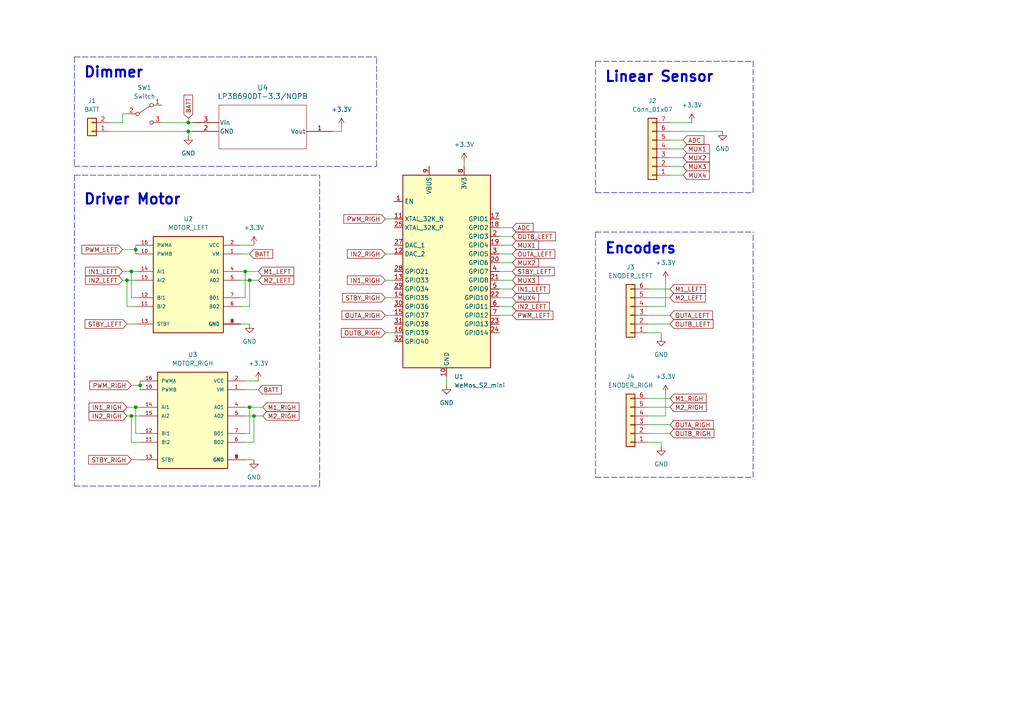
<source format=kicad_sch>
(kicad_sch (version 20230121) (generator eeschema)
  (paper "A4")
  (lib_symbols
    (symbol "Connector_Generic:Conn_01x02" (pin_names (offset 1.016) hide)
      (property "Reference" "J" (at 0 2.54 0))
      (property "Value" "Conn_01x02" (at 0 -5.08 0))
      (symbol "Conn_01x02_1_1"
        (rectangle (start -1.27 -2.413) (end 0 -2.667) (stroke (width 0.1524)))
        (rectangle (start -1.27 0.127) (end 0 -0.127) (stroke (width 0.1524)))
        (rectangle (start -1.27 1.27) (end 1.27 -3.81) (stroke (width 0.254)) (fill (type background)))
        (pin passive line (at -5.08 0 0) (length 3.81) (name "Pin_1") (number "1"))
        (pin passive line (at -5.08 -2.54 0) (length 3.81) (name "Pin_2") (number "2"))
      )
    )
    (symbol "Connector_Generic:Conn_01x06" (pin_names (offset 1.016) hide)
      (property "Reference" "J" (at 0 7.62 0))
      (property "Value" "Conn_01x06" (at 0 -10.16 0))
      (symbol "Conn_01x06_1_1"
        (rectangle (start -1.27 -7.493) (end 0 -7.747) (stroke (width 0.1524)))
        (rectangle (start -1.27 -4.953) (end 0 -5.207) (stroke (width 0.1524)))
        (rectangle (start -1.27 -2.413) (end 0 -2.667) (stroke (width 0.1524)))
        (rectangle (start -1.27 0.127) (end 0 -0.127) (stroke (width 0.1524)))
        (rectangle (start -1.27 2.667) (end 0 2.413) (stroke (width 0.1524)))
        (rectangle (start -1.27 5.207) (end 0 4.953) (stroke (width 0.1524)))
        (rectangle (start -1.27 6.35) (end 1.27 -8.89) (stroke (width 0.254)) (fill (type background)))
        (pin passive line (at -5.08 5.08 0) (length 3.81) (name "Pin_1") (number "1"))
        (pin passive line (at -5.08 2.54 0) (length 3.81) (name "Pin_2") (number "2"))
        (pin passive line (at -5.08 0 0) (length 3.81) (name "Pin_3") (number "3"))
        (pin passive line (at -5.08 -2.54 0) (length 3.81) (name "Pin_4") (number "4"))
        (pin passive line (at -5.08 -5.08 0) (length 3.81) (name "Pin_5") (number "5"))
        (pin passive line (at -5.08 -7.62 0) (length 3.81) (name "Pin_6") (number "6"))
      )
    )
    (symbol "Connector_Generic:Conn_01x07" (pin_names (offset 1.016) hide)
      (property "Reference" "J" (at 0 10.16 0))
      (property "Value" "Conn_01x07" (at 0 -10.16 0))
      (symbol "Conn_01x07_1_1"
        (rectangle (start -1.27 -7.493) (end 0 -7.747) (stroke (width 0.1524)))
        (rectangle (start -1.27 -4.953) (end 0 -5.207) (stroke (width 0.1524)))
        (rectangle (start -1.27 -2.413) (end 0 -2.667) (stroke (width 0.1524)))
        (rectangle (start -1.27 0.127) (end 0 -0.127) (stroke (width 0.1524)))
        (rectangle (start -1.27 2.667) (end 0 2.413) (stroke (width 0.1524)))
        (rectangle (start -1.27 5.207) (end 0 4.953) (stroke (width 0.1524)))
        (rectangle (start -1.27 7.747) (end 0 7.493) (stroke (width 0.1524)))
        (rectangle (start -1.27 8.89) (end 1.27 -8.89) (stroke (width 0.254)) (fill (type background)))
        (pin passive line (at -5.08 7.62 0) (length 3.81) (name "Pin_1") (number "1"))
        (pin passive line (at -5.08 5.08 0) (length 3.81) (name "Pin_2") (number "2"))
        (pin passive line (at -5.08 2.54 0) (length 3.81) (name "Pin_3") (number "3"))
        (pin passive line (at -5.08 0 0) (length 3.81) (name "Pin_4") (number "4"))
        (pin passive line (at -5.08 -2.54 0) (length 3.81) (name "Pin_5") (number "5"))
        (pin passive line (at -5.08 -5.08 0) (length 3.81) (name "Pin_6") (number "6"))
        (pin passive line (at -5.08 -7.62 0) (length 3.81) (name "Pin_7") (number "7"))
      )
    )
    (symbol "LP38690:LP38690DT-3.3_NOPB" (pin_names (offset 0.254))
      (property "Reference" "U" (at 20.32 10.16 0))
      (property "Value" "LP38690DT-3.3/NOPB" (at 20.32 7.62 0))
      (symbol "LP38690DT-3.3_NOPB_0_1"
        (polyline (pts (xy 7.62 -7.62) (xy 33.02 -7.62)) (stroke (width 0.127)))
        (polyline (pts (xy 7.62 5.08) (xy 7.62 -7.62)) (stroke (width 0.127)))
        (polyline (pts (xy 33.02 -7.62) (xy 33.02 5.08)) (stroke (width 0.127)))
        (polyline (pts (xy 33.02 5.08) (xy 7.62 5.08)) (stroke (width 0.127)))
        (pin output line (at 0 0 0) (length 7.62) (name "Vout") (number "1"))
        (pin passive line (at 40.64 0 180) (length 7.62) (name "GND") (number "2"))
        (pin input line (at 40.64 -2.54 180) (length 7.62) (name "Vin") (number "3"))
      )
    )
    (symbol "MCU_Module:WeMos_S2_mini"
      (property "Reference" "U" (at 2.54 -30.48 0))
      (property "Value" "WeMos_S2_mini" (at 2.54 -33.02 0))
      (symbol "WeMos_S2_mini_1_1"
        (rectangle (start -12.7 27.94) (end 12.7 -27.94) (stroke (width 0.254)) (fill (type background)))
        (pin input line (at -15.24 20.32 0) (length 2.54) (name "EN") (number "1"))
        (pin power_in line (at 0 -30.48 90) (length 2.54) (name "GND") (number "10"))
        (pin input line (at -15.24 15.24 0) (length 2.54) (name "XTAL_32K_N") (number "11"))
        (pin output line (at -15.24 5.08 0) (length 2.54) (name "DAC_2") (number "12"))
        (pin bidirectional line (at -15.24 -2.54 0) (length 2.54) (name "GPIO33") (number "13"))
        (pin bidirectional line (at -15.24 -7.62 0) (length 2.54) (name "GPIO35") (number "14"))
        (pin bidirectional line (at -15.24 -12.7 0) (length 2.54) (name "GPIO37") (number "15"))
        (pin bidirectional line (at -15.24 -17.78 0) (length 2.54) (name "GPIO39") (number "16"))
        (pin bidirectional line (at 15.24 15.24 180) (length 2.54) (name "GPIO1") (number "17"))
        (pin bidirectional line (at 15.24 12.7 180) (length 2.54) (name "GPIO2") (number "18"))
        (pin bidirectional line (at 15.24 7.62 180) (length 2.54) (name "GPIO4") (number "19"))
        (pin bidirectional line (at 15.24 10.16 180) (length 2.54) (name "GPIO3") (number "2"))
        (pin bidirectional line (at 15.24 2.54 180) (length 2.54) (name "GPIO6") (number "20"))
        (pin bidirectional line (at 15.24 -2.54 180) (length 2.54) (name "GPIO8") (number "21"))
        (pin bidirectional line (at 15.24 -7.62 180) (length 2.54) (name "GPIO10") (number "22"))
        (pin bidirectional line (at 15.24 -15.24 180) (length 2.54) (name "GPIO13") (number "23"))
        (pin bidirectional line (at 15.24 -17.78 180) (length 2.54) (name "GPIO14") (number "24"))
        (pin output line (at -15.24 12.7 0) (length 2.54) (name "XTAL_32K_P") (number "25"))
        (pin passive line (at 0 -30.48 90) (length 2.54) hide (name "GND") (number "26"))
        (pin output line (at -15.24 7.62 0) (length 2.54) (name "DAC_1") (number "27"))
        (pin bidirectional line (at -15.24 0 0) (length 2.54) (name "GPIO21") (number "28"))
        (pin bidirectional line (at -15.24 -5.08 0) (length 2.54) (name "GPIO34") (number "29"))
        (pin bidirectional line (at 15.24 5.08 180) (length 2.54) (name "GPIO5") (number "3"))
        (pin bidirectional line (at -15.24 -10.16 0) (length 2.54) (name "GPIO36") (number "30"))
        (pin bidirectional line (at -15.24 -15.24 0) (length 2.54) (name "GPIO38") (number "31"))
        (pin bidirectional line (at -15.24 -20.32 0) (length 2.54) (name "GPIO40") (number "32"))
        (pin bidirectional line (at 15.24 0 180) (length 2.54) (name "GPIO7") (number "4"))
        (pin bidirectional line (at 15.24 -5.08 180) (length 2.54) (name "GPIO9") (number "5"))
        (pin bidirectional line (at 15.24 -10.16 180) (length 2.54) (name "GPIO11") (number "6"))
        (pin bidirectional line (at 15.24 -12.7 180) (length 2.54) (name "GPIO12") (number "7"))
        (pin power_out line (at 5.08 30.48 270) (length 2.54) (name "3V3") (number "8"))
        (pin power_out line (at -5.08 30.48 270) (length 2.54) (name "VBUS") (number "9"))
      )
    )
    (symbol "Switch:SW_SPDT" (pin_names (offset 0) hide)
      (property "Reference" "SW" (at 0 4.318 0))
      (property "Value" "SW_SPDT" (at 0 -5.08 0))
      (symbol "SW_SPDT_0_0"
        (circle (center -2.032 0) (radius 0.508))
        (circle (center 2.032 -2.54) (radius 0.508))
      )
      (symbol "SW_SPDT_0_1"
        (polyline (pts (xy -1.524 0.254) (xy 1.651 2.286)))
        (circle (center 2.032 2.54) (radius 0.508))
      )
      (symbol "SW_SPDT_1_1"
        (pin passive line (at 5.08 2.54 180) (length 2.54) (name "A") (number "1"))
        (pin passive line (at -5.08 0 0) (length 2.54) (name "B") (number "2"))
        (pin passive line (at 5.08 -2.54 180) (length 2.54) (name "C") (number "3"))
      )
    )
    (symbol "TB6612FNG_MODULE:ROB-14450" (pin_names (offset 1.016))
      (property "Reference" "U" (at -10.16 16.002 0))
      (property "Value" "ROB-14450" (at -10.16 -15.24 0))
      (symbol "ROB-14450_0_0"
        (rectangle (start -10.16 -12.7) (end 10.16 15.24) (stroke (width 0.254)) (fill (type background)))
        (pin power_in line (at 15.24 10.16 180) (length 5.08) (name "VM") (number "1"))
        (pin input line (at -15.24 10.16 0) (length 5.08) (name "PWMB") (number "10"))
        (pin input line (at -15.24 -5.08 0) (length 5.08) (name "BI2") (number "11"))
        (pin input line (at -15.24 -2.54 0) (length 5.08) (name "BI1") (number "12"))
        (pin input line (at -15.24 -10.16 0) (length 5.08) (name "STBY") (number "13"))
        (pin input line (at -15.24 5.08 0) (length 5.08) (name "AI1") (number "14"))
        (pin input line (at -15.24 2.54 0) (length 5.08) (name "AI2") (number "15"))
        (pin input line (at -15.24 12.7 0) (length 5.08) (name "PWMA") (number "16"))
        (pin power_in line (at 15.24 12.7 180) (length 5.08) (name "VCC") (number "2"))
        (pin power_in line (at 15.24 -10.16 180) (length 5.08) (name "GND") (number "3"))
        (pin output line (at 15.24 5.08 180) (length 5.08) (name "A01") (number "4"))
        (pin output line (at 15.24 2.54 180) (length 5.08) (name "A02") (number "5"))
        (pin output line (at 15.24 -5.08 180) (length 5.08) (name "B02") (number "6"))
        (pin output line (at 15.24 -2.54 180) (length 5.08) (name "B01") (number "7"))
        (pin power_in line (at 15.24 -10.16 180) (length 5.08) (name "GND") (number "8"))
        (pin power_in line (at 15.24 -10.16 180) (length 5.08) (name "GND") (number "9"))
      )
    )
    (symbol "power:+3.3V" (power) (pin_names (offset 0))
      (property "Value" "+3.3V" (at 0 3.556 0))
      (symbol "+3.3V_0_1"
        (polyline (pts (xy -0.762 1.27) (xy 0 2.54)))
        (polyline (pts (xy 0 0) (xy 0 2.54)))
        (polyline (pts (xy 0 2.54) (xy 0.762 1.27)))
      )
      (symbol "+3.3V_1_1"
        (pin power_in line (at 0 0 90) (length 0) hide (name "+3.3V") (number "1"))
      )
    )
    (symbol "power:GND" (power) (pin_names (offset 0))
      (property "Value" "GND" (at 0 -3.81 0))
      (symbol "GND_0_1"
        (polyline (pts (xy 0 0) (xy 0 -1.27) (xy 1.27 -1.27) (xy 0 -2.54) (xy -1.27 -1.27) (xy 0 -1.27)))
      )
      (symbol "GND_1_1"
        (pin power_in line (at 0 0 270) (length 0) hide (name "GND") (number "1"))
      )
    )
  )
  (junction (at 72.39 81.28))
  (junction (at 73.66 120.65))
  (junction (at 54.61 35.56))
  (junction (at 38.1 78.74))
  (junction (at 71.12 78.74))
  (junction (at 39.37 72.39))
  (junction (at 40.64 111.76))
  (junction (at 72.39 118.11))
  (junction (at 39.37 118.11))
  (junction (at 36.83 81.28))
  (junction (at 54.61 38.1))
  (junction (at 38.1 120.65))
  (wire (pts (xy 194.31 35.56) (xy 200.66 35.56)))
  (polyline (pts (xy 218.44 138.43) (xy 218.44 67.31)) (stroke (width 0) (type dash)))
  (polyline (pts (xy 21.59 16.51) (xy 109.22 16.51)) (stroke (width 0) (type dash)))
  (wire (pts (xy 35.56 33.02) (xy 36.83 33.02)))
  (wire (pts (xy 36.83 118.11) (xy 39.37 118.11)))
  (polyline (pts (xy 21.59 140.97) (xy 92.71 140.97)) (stroke (width 0) (type dash)))
  (wire (pts (xy 69.85 73.66) (xy 72.39 73.66)))
  (polyline (pts (xy 21.59 50.8) (xy 21.59 140.97)) (stroke (width 0) (type dash)))
  (wire (pts (xy 39.37 118.11) (xy 40.64 118.11)))
  (polyline (pts (xy 172.72 17.78) (xy 218.44 17.78)) (stroke (width 0) (type dash)))
  (wire (pts (xy 194.31 48.26) (xy 198.12 48.26)))
  (wire (pts (xy 114.3 86.36) (xy 111.76 86.36)))
  (wire (pts (xy 193.04 114.3) (xy 193.04 120.65)))
  (wire (pts (xy 36.83 81.28) (xy 39.37 81.28)))
  (polyline (pts (xy 172.72 17.78) (xy 172.72 55.88)) (stroke (width 0) (type dash)))
  (wire (pts (xy 71.12 128.27) (xy 73.66 128.27)))
  (wire (pts (xy 193.04 120.65) (xy 187.96 120.65)))
  (wire (pts (xy 38.1 120.65) (xy 40.64 120.65)))
  (wire (pts (xy 40.64 125.73) (xy 39.37 125.73)))
  (wire (pts (xy 144.78 71.12) (xy 148.59 71.12)))
  (wire (pts (xy 40.64 110.49) (xy 40.64 111.76)))
  (wire (pts (xy 144.78 88.9) (xy 148.59 88.9)))
  (wire (pts (xy 36.83 120.65) (xy 38.1 120.65)))
  (wire (pts (xy 134.62 46.99) (xy 134.62 48.26)))
  (wire (pts (xy 96.52 38.1) (xy 99.06 38.1)))
  (polyline (pts (xy 218.44 17.78) (xy 218.44 55.88)) (stroke (width 0) (type dash)))
  (wire (pts (xy 187.96 96.52) (xy 191.77 96.52)))
  (wire (pts (xy 144.78 78.74) (xy 148.59 78.74)))
  (wire (pts (xy 38.1 78.74) (xy 39.37 78.74)))
  (wire (pts (xy 187.96 118.11) (xy 194.31 118.11)))
  (wire (pts (xy 71.12 133.35) (xy 73.66 133.35)))
  (wire (pts (xy 144.78 86.36) (xy 148.59 86.36)))
  (wire (pts (xy 111.76 81.28) (xy 114.3 81.28)))
  (wire (pts (xy 69.85 93.98) (xy 72.39 93.98)))
  (wire (pts (xy 71.12 78.74) (xy 74.93 78.74)))
  (wire (pts (xy 193.04 81.28) (xy 193.04 88.9)))
  (wire (pts (xy 194.31 38.1) (xy 209.55 38.1)))
  (wire (pts (xy 38.1 86.36) (xy 38.1 78.74)))
  (wire (pts (xy 39.37 71.12) (xy 39.37 72.39)))
  (wire (pts (xy 54.61 35.56) (xy 55.88 35.56)))
  (wire (pts (xy 35.56 81.28) (xy 36.83 81.28)))
  (wire (pts (xy 71.12 86.36) (xy 71.12 78.74)))
  (wire (pts (xy 73.66 128.27) (xy 73.66 120.65)))
  (wire (pts (xy 36.83 81.28) (xy 36.83 88.9)))
  (wire (pts (xy 148.59 91.44) (xy 144.78 91.44)))
  (wire (pts (xy 194.31 43.18) (xy 198.12 43.18)))
  (wire (pts (xy 111.76 63.5) (xy 114.3 63.5)))
  (wire (pts (xy 38.1 111.76) (xy 40.64 111.76)))
  (wire (pts (xy 99.06 38.1) (xy 99.06 36.83)))
  (wire (pts (xy 71.12 113.03) (xy 74.93 113.03)))
  (wire (pts (xy 144.78 76.2) (xy 148.59 76.2)))
  (wire (pts (xy 76.2 120.65) (xy 73.66 120.65)))
  (wire (pts (xy 69.85 88.9) (xy 72.39 88.9)))
  (wire (pts (xy 46.99 35.56) (xy 54.61 35.56)))
  (wire (pts (xy 191.77 96.52) (xy 191.77 97.79)))
  (wire (pts (xy 71.12 110.49) (xy 74.93 110.49)))
  (wire (pts (xy 54.61 38.1) (xy 55.88 38.1)))
  (wire (pts (xy 69.85 71.12) (xy 73.66 71.12)))
  (wire (pts (xy 194.31 83.82) (xy 187.96 83.82)))
  (wire (pts (xy 39.37 88.9) (xy 36.83 88.9)))
  (wire (pts (xy 71.12 120.65) (xy 73.66 120.65)))
  (wire (pts (xy 144.78 83.82) (xy 148.59 83.82)))
  (wire (pts (xy 54.61 39.37) (xy 54.61 38.1)))
  (wire (pts (xy 72.39 81.28) (xy 74.93 81.28)))
  (wire (pts (xy 191.77 128.27) (xy 191.77 129.54)))
  (wire (pts (xy 71.12 118.11) (xy 72.39 118.11)))
  (wire (pts (xy 36.83 93.98) (xy 39.37 93.98)))
  (wire (pts (xy 198.12 45.72) (xy 194.31 45.72)))
  (wire (pts (xy 71.12 125.73) (xy 72.39 125.73)))
  (wire (pts (xy 111.76 91.44) (xy 114.3 91.44)))
  (polyline (pts (xy 92.71 140.97) (xy 92.71 50.8)) (stroke (width 0) (type dash)))
  (wire (pts (xy 54.61 34.29) (xy 54.61 35.56)))
  (wire (pts (xy 35.56 72.39) (xy 39.37 72.39)))
  (wire (pts (xy 38.1 120.65) (xy 38.1 128.27)))
  (wire (pts (xy 187.96 93.98) (xy 194.31 93.98)))
  (wire (pts (xy 194.31 115.57) (xy 187.96 115.57)))
  (wire (pts (xy 187.96 88.9) (xy 193.04 88.9)))
  (wire (pts (xy 31.75 38.1) (xy 54.61 38.1)))
  (wire (pts (xy 69.85 81.28) (xy 72.39 81.28)))
  (wire (pts (xy 69.85 78.74) (xy 71.12 78.74)))
  (wire (pts (xy 144.78 73.66) (xy 148.59 73.66)))
  (wire (pts (xy 69.85 86.36) (xy 71.12 86.36)))
  (wire (pts (xy 35.56 35.56) (xy 35.56 33.02)))
  (wire (pts (xy 187.96 86.36) (xy 194.31 86.36)))
  (polyline (pts (xy 172.72 138.43) (xy 218.44 138.43)) (stroke (width 0) (type dash)))
  (wire (pts (xy 72.39 125.73) (xy 72.39 118.11)))
  (wire (pts (xy 129.54 109.22) (xy 129.54 111.76)))
  (wire (pts (xy 198.12 50.8) (xy 194.31 50.8)))
  (wire (pts (xy 39.37 125.73) (xy 39.37 118.11)))
  (polyline (pts (xy 21.59 50.8) (xy 92.71 50.8)) (stroke (width 0) (type dash)))
  (wire (pts (xy 111.76 73.66) (xy 114.3 73.66)))
  (polyline (pts (xy 172.72 67.31) (xy 218.44 67.31)) (stroke (width 0) (type dash)))
  (wire (pts (xy 39.37 86.36) (xy 38.1 86.36)))
  (wire (pts (xy 144.78 68.58) (xy 148.59 68.58)))
  (wire (pts (xy 187.96 123.19) (xy 194.31 123.19)))
  (wire (pts (xy 39.37 72.39) (xy 39.37 73.66)))
  (wire (pts (xy 187.96 91.44) (xy 194.31 91.44)))
  (wire (pts (xy 40.64 128.27) (xy 38.1 128.27)))
  (wire (pts (xy 187.96 128.27) (xy 191.77 128.27)))
  (wire (pts (xy 111.76 96.52) (xy 114.3 96.52)))
  (wire (pts (xy 194.31 40.64) (xy 198.12 40.64)))
  (wire (pts (xy 35.56 78.74) (xy 38.1 78.74)))
  (wire (pts (xy 144.78 81.28) (xy 148.59 81.28)))
  (polyline (pts (xy 172.72 67.31) (xy 172.72 138.43)) (stroke (width 0) (type dash)))
  (wire (pts (xy 31.75 35.56) (xy 35.56 35.56)))
  (wire (pts (xy 38.1 133.35) (xy 40.64 133.35)))
  (wire (pts (xy 72.39 88.9) (xy 72.39 81.28)))
  (polyline (pts (xy 21.59 48.26) (xy 109.22 48.26)) (stroke (width 0) (type dash)))
  (polyline (pts (xy 109.22 48.26) (xy 109.22 16.51)) (stroke (width 0) (type dash)))
  (wire (pts (xy 144.78 66.04) (xy 148.59 66.04)))
  (polyline (pts (xy 172.72 55.88) (xy 218.44 55.88)) (stroke (width 0) (type dash)))
  (wire (pts (xy 76.2 118.11) (xy 72.39 118.11)))
  (polyline (pts (xy 21.59 16.51) (xy 21.59 48.26)) (stroke (width 0) (type dash)))
  (wire (pts (xy 187.96 125.73) (xy 194.31 125.73)))
  (wire (pts (xy 40.64 111.76) (xy 40.64 113.03)))
  (text "Encoders\n\n" (at 175.26 78.74 0) (effects (font (size 3 3) (thickness 0.6) bold) (justify left bottom)))
  (text "Driver Motor\n" (at 24.13 59.69 0) (effects (font (size 3 3) (thickness 0.6) bold) (justify left bottom)))
  (text "Linear Sensor\n" (at 175.26 24.13 0) (effects (font (size 3 3) (thickness 0.6) bold) (justify left bottom)))
  (text "Dimmer\n" (at 24.13 22.86 0) (effects (font (size 3 3) (thickness 0.6) bold) (justify left bottom)))
  (global_label "M1_RIGH" (shape input) (at 194.31 115.57 0) (property "Intersheetrefs" "${INTERSHEET_REFS}" (effects hide)))
  (global_label "IN1_LEFT" (shape input) (at 148.59 83.82 0) (property "Intersheetrefs" "${INTERSHEET_REFS}" (effects hide)))
  (global_label "OUTB_RIGH" (shape input) (at 194.31 125.73 0) (property "Intersheetrefs" "${INTERSHEET_REFS}" (effects hide)))
  (global_label "M1_LEFT" (shape input) (at 74.93 78.74 0) (property "Intersheetrefs" "${INTERSHEET_REFS}" (effects hide)))
  (global_label "MUX1" (shape input) (at 198.12 43.18 0) (property "Intersheetrefs" "${INTERSHEET_REFS}" (effects hide)))
  (global_label "M2_LEFT" (shape input) (at 194.31 86.36 0) (property "Intersheetrefs" "${INTERSHEET_REFS}" (effects hide)))
  (global_label "IN2_RIGH" (shape input) (at 111.76 73.66 180) (property "Intersheetrefs" "${INTERSHEET_REFS}" (effects hide)))
  (global_label "IN1_RIGH" (shape input) (at 36.83 118.11 180) (property "Intersheetrefs" "${INTERSHEET_REFS}" (effects hide)))
  (global_label "STBY_RIGH" (shape input) (at 111.76 86.36 180) (property "Intersheetrefs" "${INTERSHEET_REFS}" (effects hide)))
  (global_label "ADC" (shape input) (at 148.59 66.04 0) (property "Intersheetrefs" "${INTERSHEET_REFS}" (effects hide)))
  (global_label "M1_LEFT" (shape input) (at 194.31 83.82 0) (property "Intersheetrefs" "${INTERSHEET_REFS}" (effects hide)))
  (global_label "M2_RIGH" (shape input) (at 76.2 120.65 0) (property "Intersheetrefs" "${INTERSHEET_REFS}" (effects hide)))
  (global_label "OUTB_LEFT" (shape input) (at 148.59 68.58 0) (property "Intersheetrefs" "${INTERSHEET_REFS}" (effects hide)))
  (global_label "OUTB_RIGH" (shape input) (at 111.76 96.52 180) (property "Intersheetrefs" "${INTERSHEET_REFS}" (effects hide)))
  (global_label "IN2_LEFT" (shape input) (at 148.59 88.9 0) (property "Intersheetrefs" "${INTERSHEET_REFS}" (effects hide)))
  (global_label "ADC" (shape input) (at 198.12 40.64 0) (property "Intersheetrefs" "${INTERSHEET_REFS}" (effects hide)))
  (global_label "IN1_RIGH" (shape input) (at 111.76 81.28 180) (property "Intersheetrefs" "${INTERSHEET_REFS}" (effects hide)))
  (global_label "OUTA_LEFT" (shape input) (at 148.59 73.66 0) (property "Intersheetrefs" "${INTERSHEET_REFS}" (effects hide)))
  (global_label "PWM_LEFT" (shape input) (at 35.56 72.39 180) (property "Intersheetrefs" "${INTERSHEET_REFS}" (effects hide)))
  (global_label "PWM_RIGH" (shape input) (at 111.76 63.5 180) (property "Intersheetrefs" "${INTERSHEET_REFS}" (effects hide)))
  (global_label "STBY_LEFT" (shape input) (at 148.59 78.74 0) (property "Intersheetrefs" "${INTERSHEET_REFS}" (effects hide)))
  (global_label "IN2_LEFT" (shape input) (at 35.56 81.28 180) (property "Intersheetrefs" "${INTERSHEET_REFS}" (effects hide)))
  (global_label "OUTA_RIGH" (shape input) (at 194.31 123.19 0) (property "Intersheetrefs" "${INTERSHEET_REFS}" (effects hide)))
  (global_label "MUX2" (shape input) (at 198.12 45.72 0) (property "Intersheetrefs" "${INTERSHEET_REFS}" (effects hide)))
  (global_label "M2_LEFT" (shape input) (at 74.93 81.28 0) (property "Intersheetrefs" "${INTERSHEET_REFS}" (effects hide)))
  (global_label "PWM_RIGH" (shape input) (at 38.1 111.76 180) (property "Intersheetrefs" "${INTERSHEET_REFS}" (effects hide)))
  (global_label "OUTA_LEFT" (shape input) (at 194.31 91.44 0) (property "Intersheetrefs" "${INTERSHEET_REFS}" (effects hide)))
  (global_label "IN2_RIGH" (shape input) (at 36.83 120.65 180) (property "Intersheetrefs" "${INTERSHEET_REFS}" (effects hide)))
  (global_label "OUTA_RIGH" (shape input) (at 111.76 91.44 180) (property "Intersheetrefs" "${INTERSHEET_REFS}" (effects hide)))
  (global_label "MUX2" (shape input) (at 148.59 76.2 0) (property "Intersheetrefs" "${INTERSHEET_REFS}" (effects hide)))
  (global_label "STBY_RIGH" (shape input) (at 38.1 133.35 180) (property "Intersheetrefs" "${INTERSHEET_REFS}" (effects hide)))
  (global_label "MUX3" (shape input) (at 148.59 81.28 0) (property "Intersheetrefs" "${INTERSHEET_REFS}" (effects hide)))
  (global_label "IN1_LEFT" (shape input) (at 35.56 78.74 180) (property "Intersheetrefs" "${INTERSHEET_REFS}" (effects hide)))
  (global_label "BATT" (shape input) (at 54.61 34.29 90) (property "Intersheetrefs" "${INTERSHEET_REFS}" (effects hide)))
  (global_label "M1_RIGH" (shape input) (at 76.2 118.11 0) (property "Intersheetrefs" "${INTERSHEET_REFS}" (effects hide)))
  (global_label "OUTB_LEFT" (shape input) (at 194.31 93.98 0) (property "Intersheetrefs" "${INTERSHEET_REFS}" (effects hide)))
  (global_label "BATT" (shape input) (at 74.93 113.03 0) (property "Intersheetrefs" "${INTERSHEET_REFS}" (effects hide)))
  (global_label "MUX3" (shape input) (at 198.12 48.26 0) (property "Intersheetrefs" "${INTERSHEET_REFS}" (effects hide)))
  (global_label "M2_RIGH" (shape input) (at 194.31 118.11 0) (property "Intersheetrefs" "${INTERSHEET_REFS}" (effects hide)))
  (global_label "MUX4" (shape input) (at 148.59 86.36 0) (property "Intersheetrefs" "${INTERSHEET_REFS}" (effects hide)))
  (global_label "STBY_LEFT" (shape input) (at 36.83 93.98 180) (property "Intersheetrefs" "${INTERSHEET_REFS}" (effects hide)))
  (global_label "MUX4" (shape input) (at 198.12 50.8 0) (property "Intersheetrefs" "${INTERSHEET_REFS}" (effects hide)))
  (global_label "BATT" (shape input) (at 72.39 73.66 0) (property "Intersheetrefs" "${INTERSHEET_REFS}" (effects hide)))
  (global_label "PWM_LEFT" (shape input) (at 148.59 91.44 0) (property "Intersheetrefs" "${INTERSHEET_REFS}" (effects hide)))
  (global_label "MUX1" (shape input) (at 148.59 71.12 0) (property "Intersheetrefs" "${INTERSHEET_REFS}" (effects hide)))
  (symbol (lib_id "power:GND") (at 54.61 39.37 0) (unit 1)
    (property "Reference" "#PWR05" (effects hide))
    (property "Value" "GND" (at 54.61 44.45 0))
  )
  (symbol (lib_id "Switch:SW_SPDT") (at 41.91 33.02 0) (unit 1)
    (property "Reference" "SW1" (at 41.91 25.4 0))
    (property "Value" "Switch" (at 41.91 27.94 0))
    (property "Footprint" "Connector_PinHeader_2.54mm:PinHeader_1x03_P2.54mm_Vertical" (effects hide))
  )
  (symbol (lib_id "TB6612FNG_MODULE:ROB-14450") (at 55.88 123.19 0) (unit 1)
    (property "Reference" "U3" (at 55.88 102.87 0))
    (property "Value" "MOTOR_RIGH" (at 55.88 105.41 0))
    (property "Footprint" "Footprint:TB6612FNG_MODULE" (effects hide))
    (property "MF" "SparkFun Electronics" (effects hide))
    (property "Description" "\nTB6612FNG Motor Controller/Driver Power Management Evaluation Board\n" (effects hide))
    (property "Package" "None" (effects hide))
    (property "Price" "None" (effects hide))
    (property "Check_prices" "https://www.snapeda.com/parts/ROB-14450/SparkFun+Electronics/view-part/?ref=eda" (effects hide))
    (property "STANDARD" "Manufacturer Recommendation" (effects hide))
    (property "PARTREV" "11-13-17" (effects hide))
    (property "SnapEDA_Link" "https://www.snapeda.com/parts/ROB-14450/SparkFun+Electronics/view-part/?ref=snap" (effects hide))
    (property "MP" "ROB-14450" (effects hide))
    (property "Purchase-URL" "https://www.snapeda.com/api/url_track_click_mouser/?unipart_id=2656367&manufacturer=SparkFun Electronics&part_name=ROB-14450&search_term=None" (effects hide))
    (property "Availability" "In Stock" (effects hide))
    (property "MANUFACTURER" "Sparkfun Electronics" (effects hide))
  )
  (symbol (lib_id "power:+3.3V") (at 73.66 71.12 0) (unit 1)
    (property "Reference" "#PWR01" (effects hide))
    (property "Value" "+3.3V" (at 73.66 66.04 0))
  )
  (symbol (lib_id "power:+3.3V") (at 200.66 35.56 0) (unit 1)
    (property "Reference" "#PWR07" (effects hide))
    (property "Value" "+3.3V" (at 200.66 30.48 0))
  )
  (symbol (lib_id "power:+3.3V") (at 99.06 36.83 0) (unit 1)
    (property "Reference" "#PWR06" (effects hide))
    (property "Value" "+3.3V" (at 99.06 31.75 0))
  )
  (symbol (lib_id "TB6612FNG_MODULE:ROB-14450") (at 54.61 83.82 0) (unit 1)
    (property "Reference" "U2" (at 54.61 63.5 0))
    (property "Value" "MOTOR_LEFT" (at 54.61 66.04 0))
    (property "Footprint" "Footprint:TB6612FNG_MODULE" (effects hide))
    (property "MF" "SparkFun Electronics" (effects hide))
    (property "Description" "\nTB6612FNG Motor Controller/Driver Power Management Evaluation Board\n" (effects hide))
    (property "Package" "None" (effects hide))
    (property "Price" "None" (effects hide))
    (property "Check_prices" "https://www.snapeda.com/parts/ROB-14450/SparkFun+Electronics/view-part/?ref=eda" (effects hide))
    (property "STANDARD" "Manufacturer Recommendation" (effects hide))
    (property "PARTREV" "11-13-17" (effects hide))
    (property "SnapEDA_Link" "https://www.snapeda.com/parts/ROB-14450/SparkFun+Electronics/view-part/?ref=snap" (effects hide))
    (property "MP" "ROB-14450" (effects hide))
    (property "Purchase-URL" "https://www.snapeda.com/api/url_track_click_mouser/?unipart_id=2656367&manufacturer=SparkFun Electronics&part_name=ROB-14450&search_term=None" (effects hide))
    (property "Availability" "In Stock" (effects hide))
    (property "MANUFACTURER" "Sparkfun Electronics" (effects hide))
  )
  (symbol (lib_id "Connector_Generic:Conn_01x07") (at 189.23 43.18 180) (unit 1)
    (property "Reference" "J2" (at 189.23 29.21 0))
    (property "Value" "Conn_01x07" (at 189.23 31.75 0))
    (property "Footprint" "Connector_PinHeader_2.54mm:PinHeader_1x07_P2.54mm_Vertical" (effects hide))
  )
  (symbol (lib_id "power:GND") (at 73.66 133.35 0) (unit 1)
    (property "Reference" "#PWR03" (effects hide))
    (property "Value" "GND" (at 73.66 138.43 0))
  )
  (symbol (lib_id "Connector_Generic:Conn_01x06") (at 182.88 123.19 180) (unit 1)
    (property "Reference" "J4" (at 182.88 109.22 0))
    (property "Value" "ENODER_RIGH" (at 182.88 111.76 0))
    (property "Footprint" "Connector_PinHeader_2.54mm:PinHeader_1x06_P2.54mm_Vertical" (effects hide))
  )
  (symbol (lib_id "power:GND") (at 191.77 129.54 0) (unit 1)
    (property "Reference" "#PWR011" (effects hide))
    (property "Value" "GND" (at 191.77 134.62 0))
  )
  (symbol (lib_id "power:GND") (at 72.39 93.98 0) (unit 1)
    (property "Reference" "#PWR04" (effects hide))
    (property "Value" "GND" (at 72.39 99.06 0))
  )
  (symbol (lib_id "power:+3.3V") (at 193.04 81.28 0) (unit 1)
    (property "Reference" "#PWR010" (effects hide))
    (property "Value" "+3.3V" (at 193.04 76.2 0))
  )
  (symbol (lib_id "LP38690:LP38690DT-3.3_NOPB") (at 96.52 38.1 180) (unit 1)
    (property "Reference" "U4" (at 76.2 25.4 0) (effects (font (size 1.524 1.524))))
    (property "Value" "LP38690DT-3.3/NOPB" (at 76.2 27.94 0) (effects (font (size 1.524 1.524))))
    (property "Footprint" "footprints:LP38690" (effects hide))
    (property "Datasheet" "LP38690DT-3.3/NOPB" (effects hide))
  )
  (symbol (lib_id "MCU_Module:WeMos_S2_mini") (at 129.54 78.74 0) (unit 1)
    (property "Reference" "U1" (at 131.7341 109.22 0) (effects (justify left)))
    (property "Value" "WeMos_S2_mini" (at 131.7341 111.76 0) (effects (justify left)))
    (property "Footprint" "Module:WEMOS_S2_mini" (effects hide))
    (property "Datasheet" "https://www.wemos.cc/en/latest/s2/s2_mini.html" (effects hide))
  )
  (symbol (lib_id "Connector_Generic:Conn_01x02") (at 26.67 38.1 180) (unit 1)
    (property "Reference" "J1" (at 26.67 29.21 0))
    (property "Value" "BATT" (at 26.67 31.75 0))
    (property "Footprint" "Connectors_XT30-60:AMASS_XT30U-F_1x02_P5.0mm_Vertical" (effects hide))
  )
  (symbol (lib_id "power:+3.3V") (at 74.93 110.49 0) (unit 1)
    (property "Reference" "#PWR02" (effects hide))
    (property "Value" "+3.3V" (at 74.93 105.41 0))
  )
  (symbol (lib_id "power:GND") (at 191.77 97.79 0) (unit 1)
    (property "Reference" "#PWR09" (effects hide))
    (property "Value" "GND" (at 191.77 102.87 0))
  )
  (symbol (lib_id "power:GND") (at 209.55 38.1 0) (unit 1)
    (property "Reference" "#PWR08" (effects hide))
    (property "Value" "GND" (at 209.55 43.18 0))
  )
  (symbol (lib_id "power:GND") (at 129.54 111.76 0) (unit 1)
    (property "Reference" "#PWR014" (effects hide))
    (property "Value" "GND" (at 129.54 116.84 0))
  )
  (symbol (lib_id "power:+3.3V") (at 193.04 114.3 0) (unit 1)
    (property "Reference" "#PWR012" (effects hide))
    (property "Value" "+3.3V" (at 193.04 109.22 0))
  )
  (symbol (lib_id "power:+3.3V") (at 134.62 46.99 0) (unit 1)
    (property "Reference" "#PWR013" (effects hide))
    (property "Value" "+3.3V" (at 134.62 41.91 0))
  )
  (symbol (lib_id "Connector_Generic:Conn_01x06") (at 182.88 91.44 180) (unit 1)
    (property "Reference" "J3" (at 182.88 77.47 0))
    (property "Value" "ENODER_LEFT" (at 182.88 80.01 0))
    (property "Footprint" "Connector_PinHeader_2.54mm:PinHeader_1x06_P2.54mm_Vertical" (effects hide))
  )
)
</source>
